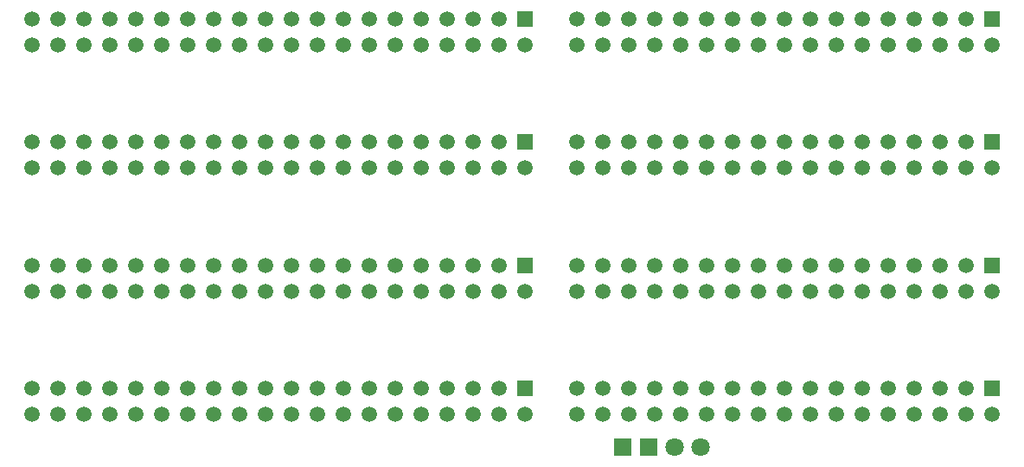
<source format=gbr>
G04 DipTrace 4.3.0.5*
G04 BottomPaste.gbr*
%MOMM*%
G04 #@! TF.FileFunction,Paste,Bot*
G04 #@! TF.Part,Single*
%ADD26C,1.8*%
%ADD28R,1.8X1.8*%
%ADD30C,1.5*%
%ADD32R,1.5X1.5*%
%FSLAX35Y35*%
G04*
G71*
G90*
G75*
G01*
G04 BotPaste*
%LPD*%
D32*
X127000Y0D3*
D30*
Y-254000D3*
X-127000Y0D3*
Y-254000D3*
X-381000Y0D3*
Y-254000D3*
X-635000Y0D3*
Y-254000D3*
X-889000Y0D3*
Y-254000D3*
X-1143000Y0D3*
Y-254000D3*
X-1397000Y0D3*
Y-254000D3*
X-1651000Y0D3*
Y-254000D3*
X-1905000Y0D3*
Y-254000D3*
X-2159000Y0D3*
Y-254000D3*
X-2413000Y0D3*
Y-254000D3*
X-2667000Y0D3*
Y-254000D3*
X-2921000Y0D3*
Y-254000D3*
X-3175000Y0D3*
Y-254000D3*
X-3429000Y0D3*
Y-254000D3*
X-3683000Y0D3*
Y-254000D3*
X-3937000Y0D3*
Y-254000D3*
X-4191000Y0D3*
Y-254000D3*
X-4445000Y0D3*
Y-254000D3*
X-4699000Y0D3*
Y-254000D3*
D32*
X127000Y-1206500D3*
D30*
Y-1460500D3*
X-127000Y-1206500D3*
Y-1460500D3*
X-381000Y-1206500D3*
Y-1460500D3*
X-635000Y-1206500D3*
Y-1460500D3*
X-889000Y-1206500D3*
Y-1460500D3*
X-1143000Y-1206500D3*
Y-1460500D3*
X-1397000Y-1206500D3*
Y-1460500D3*
X-1651000Y-1206500D3*
Y-1460500D3*
X-1905000Y-1206500D3*
Y-1460500D3*
X-2159000Y-1206500D3*
Y-1460500D3*
X-2413000Y-1206500D3*
Y-1460500D3*
X-2667000Y-1206500D3*
Y-1460500D3*
X-2921000Y-1206500D3*
Y-1460500D3*
X-3175000Y-1206500D3*
Y-1460500D3*
X-3429000Y-1206500D3*
Y-1460500D3*
X-3683000Y-1206500D3*
Y-1460500D3*
X-3937000Y-1206500D3*
Y-1460500D3*
X-4191000Y-1206500D3*
Y-1460500D3*
X-4445000Y-1206500D3*
Y-1460500D3*
X-4699000Y-1206500D3*
Y-1460500D3*
D32*
X4699000Y-1206500D3*
D30*
Y-1460500D3*
X4445000Y-1206500D3*
Y-1460500D3*
X4191000Y-1206500D3*
Y-1460500D3*
X3937000Y-1206500D3*
Y-1460500D3*
X3683000Y-1206500D3*
Y-1460500D3*
X3429000Y-1206500D3*
Y-1460500D3*
X3175000Y-1206500D3*
Y-1460500D3*
X2921000Y-1206500D3*
Y-1460500D3*
X2667000Y-1206500D3*
Y-1460500D3*
X2413000Y-1206500D3*
Y-1460500D3*
X2159000Y-1206500D3*
Y-1460500D3*
X1905000Y-1206500D3*
Y-1460500D3*
X1651000Y-1206500D3*
Y-1460500D3*
X1397000Y-1206500D3*
Y-1460500D3*
X1143000Y-1206500D3*
Y-1460500D3*
X889000Y-1206500D3*
Y-1460500D3*
X635000Y-1206500D3*
Y-1460500D3*
D32*
X4699000Y0D3*
D30*
Y-254000D3*
X4445000Y0D3*
Y-254000D3*
X4191000Y0D3*
Y-254000D3*
X3937000Y0D3*
Y-254000D3*
X3683000Y0D3*
Y-254000D3*
X3429000Y0D3*
Y-254000D3*
X3175000Y0D3*
Y-254000D3*
X2921000Y0D3*
Y-254000D3*
X2667000Y0D3*
Y-254000D3*
X2413000Y0D3*
Y-254000D3*
X2159000Y0D3*
Y-254000D3*
X1905000Y0D3*
Y-254000D3*
X1651000Y0D3*
Y-254000D3*
X1397000Y0D3*
Y-254000D3*
X1143000Y0D3*
Y-254000D3*
X889000Y0D3*
Y-254000D3*
X635000Y0D3*
Y-254000D3*
D32*
X127000Y-2413000D3*
D30*
Y-2667000D3*
X-127000Y-2413000D3*
Y-2667000D3*
X-381000Y-2413000D3*
Y-2667000D3*
X-635000Y-2413000D3*
Y-2667000D3*
X-889000Y-2413000D3*
Y-2667000D3*
X-1143000Y-2413000D3*
Y-2667000D3*
X-1397000Y-2413000D3*
Y-2667000D3*
X-1651000Y-2413000D3*
Y-2667000D3*
X-1905000Y-2413000D3*
Y-2667000D3*
X-2159000Y-2413000D3*
Y-2667000D3*
X-2413000Y-2413000D3*
Y-2667000D3*
X-2667000Y-2413000D3*
Y-2667000D3*
X-2921000Y-2413000D3*
Y-2667000D3*
X-3175000Y-2413000D3*
Y-2667000D3*
X-3429000Y-2413000D3*
Y-2667000D3*
X-3683000Y-2413000D3*
Y-2667000D3*
X-3937000Y-2413000D3*
Y-2667000D3*
X-4191000Y-2413000D3*
Y-2667000D3*
X-4445000Y-2413000D3*
Y-2667000D3*
X-4699000Y-2413000D3*
Y-2667000D3*
D32*
X4699000Y-2413000D3*
D30*
Y-2667000D3*
X4445000Y-2413000D3*
Y-2667000D3*
X4191000Y-2413000D3*
Y-2667000D3*
X3937000Y-2413000D3*
Y-2667000D3*
X3683000Y-2413000D3*
Y-2667000D3*
X3429000Y-2413000D3*
Y-2667000D3*
X3175000Y-2413000D3*
Y-2667000D3*
X2921000Y-2413000D3*
Y-2667000D3*
X2667000Y-2413000D3*
Y-2667000D3*
X2413000Y-2413000D3*
Y-2667000D3*
X2159000Y-2413000D3*
Y-2667000D3*
X1905000Y-2413000D3*
Y-2667000D3*
X1651000Y-2413000D3*
Y-2667000D3*
X1397000Y-2413000D3*
Y-2667000D3*
X1143000Y-2413000D3*
Y-2667000D3*
X889000Y-2413000D3*
Y-2667000D3*
X635000Y-2413000D3*
Y-2667000D3*
D32*
X127000Y-3619500D3*
D30*
Y-3873500D3*
X-127000Y-3619500D3*
Y-3873500D3*
X-381000Y-3619500D3*
Y-3873500D3*
X-635000Y-3619500D3*
Y-3873500D3*
X-889000Y-3619500D3*
Y-3873500D3*
X-1143000Y-3619500D3*
Y-3873500D3*
X-1397000Y-3619500D3*
Y-3873500D3*
X-1651000Y-3619500D3*
Y-3873500D3*
X-1905000Y-3619500D3*
Y-3873500D3*
X-2159000Y-3619500D3*
Y-3873500D3*
X-2413000Y-3619500D3*
Y-3873500D3*
X-2667000Y-3619500D3*
Y-3873500D3*
X-2921000Y-3619500D3*
Y-3873500D3*
X-3175000Y-3619500D3*
Y-3873500D3*
X-3429000Y-3619500D3*
Y-3873500D3*
X-3683000Y-3619500D3*
Y-3873500D3*
X-3937000Y-3619500D3*
Y-3873500D3*
X-4191000Y-3619500D3*
Y-3873500D3*
X-4445000Y-3619500D3*
Y-3873500D3*
X-4699000Y-3619500D3*
Y-3873500D3*
D32*
X4699000Y-3619500D3*
D30*
Y-3873500D3*
X4445000Y-3619500D3*
Y-3873500D3*
X4191000Y-3619500D3*
Y-3873500D3*
X3937000Y-3619500D3*
Y-3873500D3*
X3683000Y-3619500D3*
Y-3873500D3*
X3429000Y-3619500D3*
Y-3873500D3*
X3175000Y-3619500D3*
Y-3873500D3*
X2921000Y-3619500D3*
Y-3873500D3*
X2667000Y-3619500D3*
Y-3873500D3*
X2413000Y-3619500D3*
Y-3873500D3*
X2159000Y-3619500D3*
Y-3873500D3*
X1905000Y-3619500D3*
Y-3873500D3*
X1651000Y-3619500D3*
Y-3873500D3*
X1397000Y-3619500D3*
Y-3873500D3*
X1143000Y-3619500D3*
Y-3873500D3*
X889000Y-3619500D3*
Y-3873500D3*
X635000Y-3619500D3*
Y-3873500D3*
D28*
X1079500Y-4191000D3*
X1333500D3*
D26*
X1587500D3*
X1841500D3*
M02*

</source>
